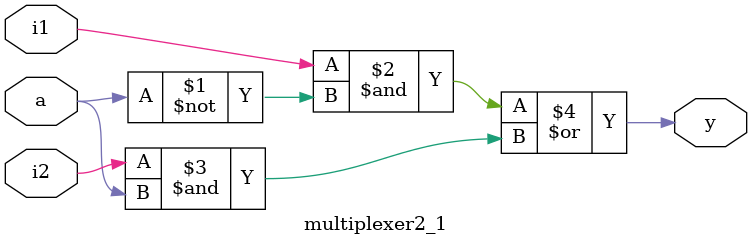
<source format=v>
module multiplexer2_1(y,i1,i2,a);
input i1,i2,a;
output y;
   assign y=(i1&~a|i2&a);
	
endmodule
</source>
